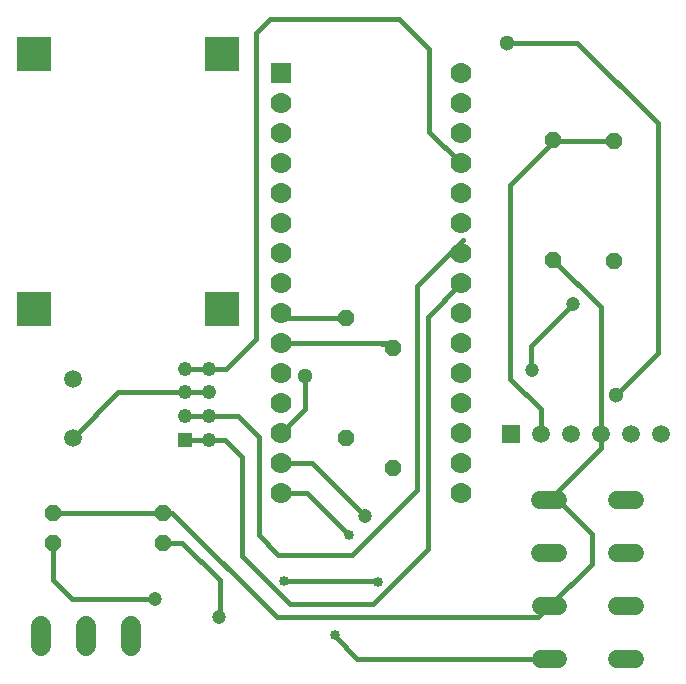
<source format=gbr>
G04 EAGLE Gerber RS-274X export*
G75*
%MOMM*%
%FSLAX34Y34*%
%LPD*%
%INBottom Copper*%
%IPPOS*%
%AMOC8*
5,1,8,0,0,1.08239X$1,22.5*%
G01*
%ADD10C,1.508000*%
%ADD11R,1.508000X1.508000*%
%ADD12P,1.429621X8X112.500000*%
%ADD13C,1.508000*%
%ADD14P,1.429621X8X292.500000*%
%ADD15R,3.000000X3.000000*%
%ADD16R,1.219200X1.219200*%
%ADD17C,1.219200*%
%ADD18C,1.676400*%
%ADD19R,1.778000X1.778000*%
%ADD20C,1.778000*%
%ADD21C,0.406400*%
%ADD22C,1.200000*%
%ADD23C,1.300000*%
%ADD24C,0.381000*%
%ADD25C,0.850000*%


D10*
X686562Y373888D03*
D11*
X661162Y373888D03*
D10*
X711962Y373888D03*
X737362Y373888D03*
X762762Y373888D03*
X788162Y373888D03*
D12*
X367030Y282194D03*
X367030Y307594D03*
D13*
X685892Y318156D02*
X700972Y318156D01*
X750892Y318156D02*
X765972Y318156D01*
X700972Y273156D02*
X685892Y273156D01*
X750892Y273156D02*
X765972Y273156D01*
D14*
X696976Y623316D03*
X696976Y521716D03*
D12*
X748284Y520700D03*
X748284Y622300D03*
X561848Y344932D03*
X561848Y446532D03*
X273304Y282194D03*
X273304Y307594D03*
X521716Y370332D03*
X521716Y471932D03*
D13*
X686400Y228748D02*
X701480Y228748D01*
X751400Y228748D02*
X766480Y228748D01*
X701480Y183748D02*
X686400Y183748D01*
X751400Y183748D02*
X766480Y183748D01*
D15*
X416306Y695452D03*
X257556Y695452D03*
X416306Y479552D03*
X257556Y479552D03*
D16*
X385732Y369288D03*
D17*
X405732Y369288D03*
X385732Y389288D03*
X405732Y389288D03*
X385732Y409288D03*
X405732Y409288D03*
X385732Y429288D03*
X405732Y429288D03*
D10*
X290322Y370840D03*
X290322Y420840D03*
D18*
X339471Y211455D02*
X339471Y194691D01*
X301371Y194691D02*
X301371Y211455D01*
X263271Y211455D02*
X263271Y194691D01*
D19*
X466852Y679831D03*
D20*
X466852Y654431D03*
X466852Y629031D03*
X466852Y603631D03*
X466852Y578231D03*
X466852Y552831D03*
X466852Y527431D03*
X466852Y502031D03*
X466852Y476631D03*
X466852Y451231D03*
X466852Y425831D03*
X466852Y400431D03*
X466852Y375031D03*
X466852Y349631D03*
X466852Y324231D03*
X619252Y679831D03*
X619252Y654431D03*
X619252Y629031D03*
X619252Y603631D03*
X619252Y578231D03*
X619252Y552831D03*
X619252Y527431D03*
X619252Y502031D03*
X619252Y476631D03*
X619252Y451231D03*
X619252Y425831D03*
X619252Y400431D03*
X619252Y375031D03*
X619252Y349631D03*
X619252Y324231D03*
D21*
X367030Y307594D02*
X273304Y307594D01*
X367030Y307594D02*
X374650Y307594D01*
X463042Y219202D01*
X684394Y219202D02*
X693940Y228748D01*
D22*
X693940Y228748D03*
D21*
X684394Y219202D02*
X463042Y219202D01*
X737362Y373888D02*
X737362Y481330D01*
X696976Y521716D01*
X737362Y362086D02*
X693432Y318156D01*
X737362Y362086D02*
X737362Y373888D01*
X729590Y264398D02*
X693940Y228748D01*
X729590Y264398D02*
X729590Y289712D01*
X701146Y318156D01*
X693432Y318156D01*
D23*
X750062Y407010D03*
D21*
X785571Y442519D01*
X785571Y637184D01*
X717550Y705206D01*
D23*
X658266Y705206D03*
X486766Y423418D03*
D21*
X486766Y394945D01*
X466852Y375031D01*
X658266Y705206D02*
X717550Y705206D01*
D22*
X714058Y484188D03*
D21*
X678434Y448564D01*
X678434Y428752D02*
X679069Y428117D01*
D22*
X679069Y428117D03*
X537909Y304356D03*
D21*
X492633Y349631D01*
X466852Y349631D01*
X678434Y428752D02*
X678434Y448564D01*
D24*
X697738Y622554D02*
X696976Y623316D01*
D21*
X697992Y622300D02*
X748284Y622300D01*
X697992Y622300D02*
X696976Y623316D01*
X686562Y394843D02*
X686562Y373888D01*
X686562Y394843D02*
X660400Y421005D01*
X660400Y584708D01*
X697992Y622300D01*
X429862Y389288D02*
X405732Y389288D01*
X429862Y389288D02*
X447675Y371475D01*
X447675Y288457D01*
X464225Y271907D01*
X526415Y271907D02*
X581533Y327025D01*
X581533Y499237D01*
X620713Y538417D01*
X526415Y271907D02*
X464225Y271907D01*
X405732Y389288D02*
X385732Y389288D01*
X385732Y369288D02*
X405732Y369288D01*
X419001Y369288D01*
X433705Y354584D01*
X433705Y270510D01*
X474028Y230188D01*
X544386Y230188D01*
X590677Y473456D02*
X619252Y502031D01*
X590677Y276479D02*
X544386Y230188D01*
X590677Y276479D02*
X590677Y473456D01*
X561848Y446532D02*
X558292Y450088D01*
X552069Y450088D01*
X557149Y451231D02*
X466852Y451231D01*
X557149Y451231D02*
X561848Y446532D01*
D25*
X524383Y288544D03*
D21*
X488696Y324231D01*
X466852Y324231D01*
X328770Y409288D02*
X290322Y370840D01*
X328770Y409288D02*
X385732Y409288D01*
X405732Y409288D01*
D25*
X469392Y249555D03*
D21*
X547889Y249555D01*
X549021Y248423D01*
D25*
X549021Y248423D03*
D21*
X419702Y429288D02*
X445262Y454848D01*
X419702Y429288D02*
X405732Y429288D01*
X445262Y454848D02*
X445262Y713232D01*
X445389Y713232D02*
X445389Y703072D01*
X445262Y713232D02*
X445389Y713232D01*
X445262Y713232D02*
X457708Y725678D01*
X566801Y725678D01*
X592201Y700278D01*
X592201Y630059D01*
X618629Y603631D02*
X619252Y603631D01*
X618629Y603631D02*
X592201Y630059D01*
X405732Y429288D02*
X385732Y429288D01*
X382778Y282194D02*
X367030Y282194D01*
X382778Y282194D02*
X414909Y250063D01*
X414909Y220091D01*
X414401Y219583D01*
X414401Y218948D01*
D22*
X414401Y218948D03*
D21*
X273431Y282067D02*
X273304Y282194D01*
X273431Y282067D02*
X273431Y250698D01*
X290068Y234061D01*
X359156Y234061D01*
X359664Y234569D01*
D22*
X359664Y234569D03*
D21*
X471551Y471932D02*
X521716Y471932D01*
X471551Y471932D02*
X466852Y476631D01*
X531135Y183748D02*
X693940Y183748D01*
X531135Y183748D02*
X513080Y201803D01*
X513080Y202946D01*
X512191Y203835D01*
D25*
X512191Y203835D03*
D23*
X290068Y370840D03*
X290449Y420624D03*
M02*

</source>
